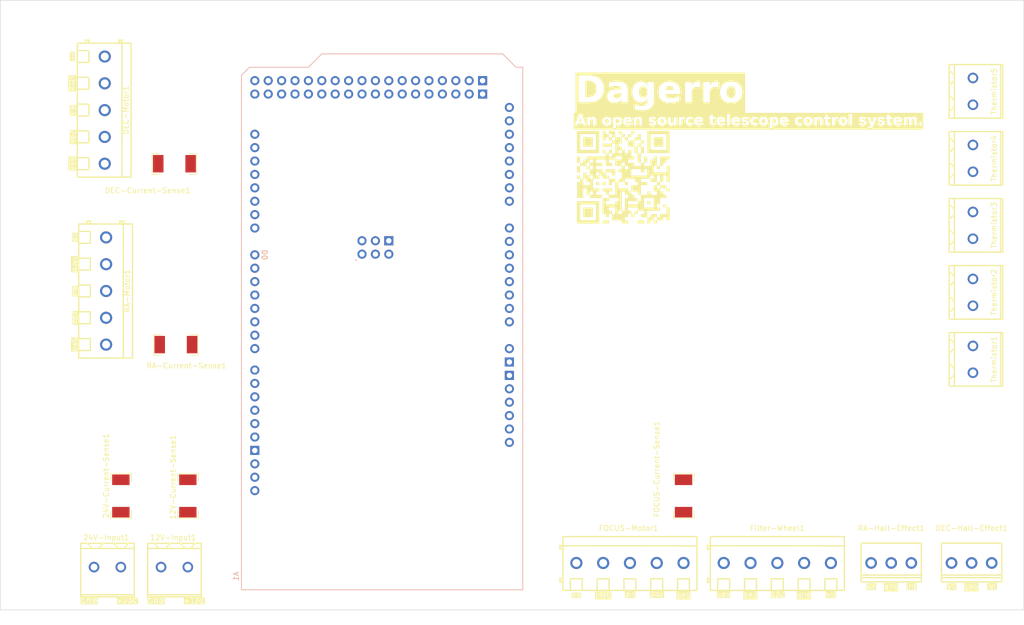
<source format=kicad_pcb>
(kicad_pcb (version 20221018) (generator pcbnew)
  (layers (0 "F.Cu" signal) (31 "B.Cu" signal) (34 "B.Paste" user) (35 "F.Paste" user) (36 "B.SilkS" user "B.Silkscreen") (37 "F.SilkS" user "F.Silkscreen") (38 "B.Mask" user) (39 "F.Mask" user) (44 "Edge.Cuts" user))
  (net 0 "")
  (net 1 "GND")
  (net 2 "/12vCurrent")
  (net 3 "+12V")
  (net 4 "/24vCurrent")
  (net 5 "+24V")
  (net 11 "/raCurrent")
  (net 12 "/decCurrent")
  (net 13 "/fcCurrent")
  (net 14 "Net-(A1-PadA5)")
  (net 15 "Net-(A1-PadA6)")
  (net 16 "Net-(A1-PadA7)")
  (net 17 "Net-(A1-PadA8)")
  (net 18 "Net-(A1-PadA9)")
  (net 28 "/timingInterrupt")
  (net 29 "/raHallInterrupt")
  (net 40 "/FilterTx")
  (net 41 "/FilterRx")
  (net 44 "/decHallInterrupt")
  (net 48 "/raDirPin")
  (net 49 "/raStepPin")
  (net 50 "/raEnPin")
  (net 51 "/fcDirPin")
  (net 52 "/fcStepPin")
  (net 53 "/fcEnPin")
  (net 60 "/decDirPin")
  (net 62 "/decStepPin")
  (net 64 "/decEnPin")
  (net 78 "/cameraRelayPin")
  (net 92 "/SCL")
  (net 93 "/SDA")
  (net 95 "+5V")
  (footprint "New:RES-SMD_L6.4-W3.2-R2512" (layer "F.Cu") (at 416.56 416.56 -90)
    (fp_text reference "12V-Current-Sense1" (at -3.556 2.794 90) (layer "F.SilkS"))
    (fp_text value "HOJLR2512-3W-1MR-1%")
    (pad "1" smd rect (at -3.07 0 270) (size 2 3.3) (layers "F.Cu" "F.Paste" "F.Mask") (net 1 "GND"))
    (pad "2" smd rect (at 3.07 0 270) (size 2 3.3) (layers "F.Cu" "F.Paste" "F.Mask") (net 2 "/12vCurrent"))
  )
  (footprint "arduino-library:Arduino_Mega2560_R3_Shield" (layer "F.Cu") (at 480.06 434.34 90)
    (fp_text reference "A1" (at 2.54 -54.356 90) (layer "B.SilkS") (effects (justify mirror)))
    (fp_text value "Arduino_Mega2560_R3_Shield")
    (fp_text user "." (at 62.484 -32.004 90) (layer "B.SilkS"))
    (fp_text user "D0" (at 63.5 -48.895 90 unlocked) (layer "B.SilkS") (effects (justify mirror)))
    (fp_text user "." (at 62.484 -32.004 90) (layer "F.SilkS"))
    (fp_text user "D0" (at 63.5 -48.895 90 unlocked) (layer "F.SilkS"))
    (pad "" np_thru_hole circle (at 13.97 -2.54 90) (size 3.2 3.2) (drill 3.2) (layers "*.Cu" "*.Mask"))
    (pad "" np_thru_hole circle (at 15.24 -50.8 90) (size 3.2 3.2) (drill 3.2) (layers "*.Cu" "*.Mask"))
    (pad "" thru_hole oval (at 27.94 -2.54 90) (size 1.7272 1.7272) (drill 1.016) (layers "*.Cu" "*.Mask"))
    (pad "" np_thru_hole circle (at 66.04 -35.56 90) (size 3.2 3.2) (drill 3.2) (layers "*.Cu" "*.Mask"))
    (pad "" np_thru_hole circle (at 66.04 -7.62 90) (size 3.2 3.2) (drill 3.2) (layers "*.Cu" "*.Mask"))
    (pad "" np_thru_hole circle (at 90.17 -50.8 90) (size 3.2 3.2) (drill 3.2) (layers "*.Cu" "*.Mask"))
    (pad "" np_thru_hole circle (at 96.52 -2.54 90) (size 3.2 3.2) (drill 3.2) (layers "*.Cu" "*.Mask"))
    (pad "3V3" thru_hole oval (at 35.56 -2.54 90) (size 1.7272 1.7272) (drill 1.016) (layers "*.Cu" "*.Mask"))
    (pad "5V1" thru_hole oval (at 38.1 -2.54 90) (size 1.7272 1.7272) (drill 1.016) (layers "*.Cu" "*.Mask"))
    (pad "5V2" thru_hole oval (at 66.167 -30.48 90) (size 1.7272 1.7272) (drill 1.016) (layers "*.Cu" "*.Mask"))
    (pad "5V3" thru_hole oval (at 93.98 -50.8 90) (size 1.7272 1.7272) (drill 1.016) (layers "*.Cu" "*.Mask"))
    (pad "5V4" thru_hole oval (at 96.52 -50.8 90) (size 1.7272 1.7272) (drill 1.016) (layers "*.Cu" "*.Mask"))
    (pad "A0" thru_hole oval (at 50.8 -2.54 90) (size 1.7272 1.7272) (drill 1.016) (layers "*.Cu" "*.Mask") (net 2 "/12vCurrent"))
    (pad "A1" thru_hole oval (at 53.34 -2.54 90) (size 1.7272 1.7272) (drill 1.016) (layers "*.Cu" "*.Mask") (net 4 "/24vCurrent"))
    (pad "A2" thru_hole oval (at 55.88 -2.54 90) (size 1.7272 1.7272) (drill 1.016) (layers "*.Cu" "*.Mask") (net 11 "/raCurrent"))
    (pad "A3" thru_hole oval (at 58.42 -2.54 90) (size 1.7272 1.7272) (drill 1.016) (layers "*.Cu" "*.Mask") (net 12 "/decCurrent"))
    (pad "A4" thru_hole oval (at 60.96 -2.54 90) (size 1.7272 1.7272) (drill 1.016) (layers "*.Cu" "*.Mask") (net 13 "/fcCurrent"))
    (pad "A5" thru_hole oval (at 63.5 -2.54 90) (size 1.7272 1.7272) (drill 1.016) (layers "*.Cu" "*.Mask") (net 14 "Net-(A1-PadA5)"))
    (pad "A6" thru_hole oval (at 66.04 -2.54 90) (size 1.7272 1.7272) (drill 1.016) (layers "*.Cu" "*.Mask") (net 15 "Net-(A1-PadA6)"))
    (pad "A7" thru_hole oval (at 68.58 -2.54 90) (size 1.7272 1.7272) (drill 1.016) (layers "*.Cu" "*.Mask") (net 16 "Net-(A1-PadA7)"))
    (pad "A8" thru_hole oval (at 73.66 -2.54 90) (size 1.7272 1.7272) (drill 1.016) (layers "*.Cu" "*.Mask") (net 17 "Net-(A1-PadA8)"))
    (pad "A9" thru_hole oval (at 76.2 -2.54 90) (size 1.7272 1.7272) (drill 1.016) (layers "*.Cu" "*.Mask") (net 18 "Net-(A1-PadA9)"))
    (pad "A10" thru_hole oval (at 78.74 -2.54 90) (size 1.7272 1.7272) (drill 1.016) (layers "*.Cu" "*.Mask"))
    (pad "A11" thru_hole oval (at 81.28 -2.54 90) (size 1.7272 1.7272) (drill 1.016) (layers "*.Cu" "*.Mask"))
    (pad "A12" thru_hole oval (at 83.82 -2.54 90) (size 1.7272 1.7272) (drill 1.016) (layers "*.Cu" "*.Mask"))
    (pad "A13" thru_hole oval (at 86.36 -2.54 90) (size 1.7272 1.7272) (drill 1.016) (layers "*.Cu" "*.Mask"))
    (pad "A14" thru_hole oval (at 88.9 -2.54 90) (size 1.7272 1.7272) (drill 1.016) (layers "*.Cu" "*.Mask"))
    (pad "A15" thru_hole oval (at 91.44 -2.54 90) (size 1.7272 1.7272) (drill 1.016) (layers "*.Cu" "*.Mask"))
    (pad "AREF" thru_hole oval (at 23.876 -50.8 90) (size 1.7272 1.7272) (drill 1.016) (layers "*.Cu" "*.Mask"))
    (pad "D0" thru_hole oval (at 63.5 -50.8 90) (size 1.7272 1.7272) (drill 1.016) (layers "*.Cu" "*.Mask"))
    (pad "D1" thru_hole oval (at 60.96 -50.8 90) (size 1.7272 1.7272) (drill 1.016) (layers "*.Cu" "*.Mask"))
    (pad "D2" thru_hole oval (at 58.42 -50.8 90) (size 1.7272 1.7272) (drill 1.016) (layers "*.Cu" "*.Mask") (net 28 "/timingInterrupt"))
    (pad "D3" thru_hole oval (at 55.88 -50.8 90) (size 1.7272 1.7272) (drill 1.016) (layers "*.Cu" "*.Mask") (net 29 "/raHallInterrupt"))
    (pad "D4" thru_hole oval (at 53.34 -50.8 90) (size 1.7272 1.7272) (drill 1.016) (layers "*.Cu" "*.Mask"))
    (pad "D5" thru_hole oval (at 50.8 -50.8 90) (size 1.7272 1.7272) (drill 1.016) (layers "*.Cu" "*.Mask"))
    (pad "D6" thru_hole oval (at 48.26 -50.8 90) (size 1.7272 1.7272) (drill 1.016) (layers "*.Cu" "*.Mask"))
    (pad "D7" thru_hole oval (at 45.72 -50.8 90) (size 1.7272 1.7272) (drill 1.016) (layers "*.Cu" "*.Mask"))
    (pad "D8" thru_hole oval (at 41.656 -50.8 90) (size 1.7272 1.7272) (drill 1.016) (layers "*.Cu" "*.Mask"))
    (pad "D9" thru_hole oval (at 39.116 -50.8 90) (size 1.7272 1.7272) (drill 1.016) (layers "*.Cu" "*.Mask"))
    (pad "D10" thru_hole oval (at 36.576 -50.8 90) (size 1.7272 1.7272) (drill 1.016) (layers "*.Cu" "*.Mask"))
    (pad "D11" thru_hole oval (at 34.036 -50.8 90) (size 1.7272 1.7272) (drill 1.016) (layers "*.Cu" "*.Mask"))
    (pad "D12" thru_hole oval (at 31.496 -50.8 90) (size 1.7272 1.7272) (drill 1.016) (layers "*.Cu" "*.Mask"))
    (pad "D13" thru_hole oval (at 28.956 -50.8 90) (size 1.7272 1.7272) (drill 1.016) (layers "*.Cu" "*.Mask"))
    (pad "D14" thru_hole oval (at 68.58 -50.8 90) (size 1.7272 1.7272) (drill 1.016) (layers "*.Cu" "*.Mask") (net 40 "/FilterTx"))
    (pad "D15" thru_hole oval (at 71.12 -50.8 90) (size 1.7272 1.7272) (drill 1.016) (layers "*.Cu" "*.Mask") (net 41 "/FilterRx"))
    (pad "D16" thru_hole oval (at 73.66 -50.8 90) (size 1.7272 1.7272) (drill 1.016) (layers "*.Cu" "*.Mask"))
    (pad "D17" thru_hole oval (at 76.2 -50.8 90) (size 1.7272 1.7272) (drill 1.016) (layers "*.Cu" "*.Mask"))
    (pad "D18" thru_hole oval (at 78.74 -50.8 90) (size 1.7272 1.7272) (drill 1.016) (layers "*.Cu" "*.Mask") (net 44 "/decHallInterrupt"))
    (pad "D19" thru_hole oval (at 81.28 -50.8 90) (size 1.7272 1.7272) (drill 1.016) (layers "*.Cu" "*.Mask"))
    (pad "D20" thru_hole oval (at 83.82 -50.8 90) (size 1.7272 1.7272) (drill 1.016) (layers "*.Cu" "*.Mask"))
    (pad "D21" thru_hole oval (at 86.36 -50.8 90) (size 1.7272 1.7272) (drill 1.016) (layers "*.Cu" "*.Mask"))
    (pad "D22" thru_hole oval (at 93.98 -48.26 90) (size 1.7272 1.7272) (drill 1.016) (layers "*.Cu" "*.Mask") (net 48 "/raDirPin"))
    (pad "D23" thru_hole oval (at 96.52 -48.26 90) (size 1.7272 1.7272) (drill 1.016) (layers "*.Cu" "*.Mask") (net 49 "/raStepPin"))
    (pad "D24" thru_hole oval (at 93.98 -45.72 90) (size 1.7272 1.7272) (drill 1.016) (layers "*.Cu" "*.Mask") (net 50 "/raEnPin"))
    (pad "D25" thru_hole oval (at 96.52 -45.72 90) (size 1.7272 1.7272) (drill 1.016) (layers "*.Cu" "*.Mask") (net 51 "/fcDirPin"))
    (pad "D26" thru_hole oval (at 93.98 -43.18 90) (size 1.7272 1.7272) (drill 1.016) (layers "*.Cu" "*.Mask") (net 52 "/fcStepPin"))
    (pad "D27" thru_hole oval (at 96.52 -43.18 90) (size 1.7272 1.7272) (drill 1.016) (layers "*.Cu" "*.Mask") (net 53 "/fcEnPin"))
    (pad "D28" thru_hole oval (at 93.98 -40.64 90) (size 1.7272 1.7272) (drill 1.016) (layers "*.Cu" "*.Mask"))
    (pad "D29" thru_hole oval (at 96.52 -40.64 90) (size 1.7272 1.7272) (drill 1.016) (layers "*.Cu" "*.Mask"))
    (pad "D30" thru_hole oval (at 93.98 -38.1 90) (size 1.7272 1.7272) (drill 1.016) (layers "*.Cu" "*.Mask"))
    (pad "D31" thru_hole oval (at 96.52 -38.1 90) (size 1.7272 1.7272) (drill 1.016) (layers "*.Cu" "*.Mask"))
    (pad "D32" thru_hole oval (at 93.98 -35.56 90) (size 1.7272 1.7272) (drill 1.016) (layers "*.Cu" "*.Mask"))
    (pad "D33" thru_hole oval (at 96.52 -35.56 90) (size 1.7272 1.7272) (drill 1.016) (layers "*.Cu" "*.Mask"))
    (pad "D34" thru_hole oval (at 93.98 -33.02 90) (size 1.7272 1.7272) (drill 1.016) (layers "*.Cu" "*.Mask") (net 60 "/decDirPin"))
    (pad "D35" thru_hole oval (at 96.52 -33.02 90) (size 1.7272 1.7272) (drill 1.016) (layers "*.Cu" "*.Mask"))
    (pad "D36" thru_hole oval (at 93.98 -30.48 90) (size 1.7272 1.7272) (drill 1.016) (layers "*.Cu" "*.Mask") (net 62 "/decStepPin"))
    (pad "D37" thru_hole oval (at 96.52 -30.48 90) (size 1.7272 1.7272) (drill 1.016) (layers "*.Cu" "*.Mask"))
    (pad "D38" thru_hole oval (at 93.98 -27.94 90) (size 1.7272 1.7272) (drill 1.016) (layers "*.Cu" "*.Mask") (net 64 "/decEnPin"))
    (pad "D39" thru_hole oval (at 96.52 -27.94 90) (size 1.7272 1.7272) (drill 1.016) (layers "*.Cu" "*.Mask"))
    (pad "D40" thru_hole oval (at 93.98 -25.4 90) (size 1.7272 1.7272) (drill 1.016) (layers "*.Cu" "*.Mask"))
    (pad "D41" thru_hole oval (at 96.52 -25.4 90) (size 1.7272 1.7272) (drill 1.016) (layers "*.Cu" "*.Mask"))
    (pad "D42" thru_hole oval (at 93.98 -22.86 90) (size 1.7272 1.7272) (drill 1.016) (layers "*.Cu" "*.Mask"))
    (pad "D43" thru_hole oval (at 96.52 -22.86 90) (size 1.7272 1.7272) (drill 1.016) (layers "*.Cu" "*.Mask"))
    (pad "D44" thru_hole oval (at 93.98 -20.32 90) (size 1.7272 1.7272) (drill 1.016) (layers "*.Cu" "*.Mask"))
    (pad "D45" thru_hole oval (at 96.52 -20.32 90) (size 1.7272 1.7272) (drill 1.016) (layers "*.Cu" "*.Mask"))
    (pad "D46" thru_hole oval (at 93.98 -17.78 90) (size 1.7272 1.7272) (drill 1.016) (layers "*.Cu" "*.Mask"))
    (pad "D47" thru_hole oval (at 96.52 -17.78 90) (size 1.7272 1.7272) (drill 1.016) (layers "*.Cu" "*.Mask"))
    (pad "D48" thru_hole oval (at 93.98 -15.24 90) (size 1.7272 1.7272) (drill 1.016) (layers "*.Cu" "*.Mask"))
    (pad "D49" thru_hole oval (at 96.52 -15.24 90) (size 1.7272 1.7272) (drill 1.016) (layers "*.Cu" "*.Mask"))
    (pad "D50" thru_hole oval (at 93.98 -12.7 90) (size 1.7272 1.7272) (drill 1.016) (layers "*.Cu" "*.Mask"))
    (pad "D51" thru_hole oval (at 96.52 -12.7 90) (size 1.7272 1.7272) (drill 1.016) (layers "*.Cu" "*.Mask"))
    (pad "D52" thru_hole oval (at 93.98 -10.16 90) (size 1.7272 1.7272) (drill 1.016) (layers "*.Cu" "*.Mask") (net 78 "/cameraRelayPin"))
    (pad "D53" thru_hole oval (at 96.52 -10.16 90) (size 1.7272 1.7272) (drill 1.016) (layers "*.Cu" "*.Mask"))
    (pad "GND1" thru_hole rect (at 26.416 -50.8 90) (size 1.7272 1.7272) (drill 1.016) (layers "*.Cu" "*.Mask"))
    (pad "GND2" thru_hole rect (at 40.64 -2.54 90) (size 1.7272 1.7272) (drill 1.016) (layers "*.Cu" "*.Mask"))
    (pad "GND3" thru_hole rect (at 43.18 -2.54 90) (size 1.7272 1.7272) (drill 1.016) (layers "*.Cu" "*.Mask"))
    (pad "GND4" thru_hole rect (at 66.167 -25.4 90) (size 1.7272 1.7272) (drill 1.016) (layers "*.Cu" "*.Mask"))
    (pad "GND5" thru_hole rect (at 93.98 -7.62 90) (size 1.7272 1.7272) (drill 1.016) (layers "*.Cu" "*.Mask"))
    (pad "GND6" thru_hole rect (at 96.52 -7.62 90) (size 1.7272 1.7272) (drill 1.016) (layers "*.Cu" "*.Mask"))
    (pad "IORF" thru_hole oval (at 30.48 -2.54 90) (size 1.7272 1.7272) (drill 1.016) (layers "*.Cu" "*.Mask"))
    (pad "MISO" thru_hole oval (at 63.627 -30.48 90) (size 1.7272 1.7272) (drill 1.016) (layers "*.Cu" "*.Mask"))
    (pad "MOSI" thru_hole oval (at 66.167 -27.94 90) (size 1.7272 1.7272) (drill 1.016) (layers "*.Cu" "*.Mask"))
    (pad "RST1" thru_hole oval (at 33.02 -2.54 90) (size 1.7272 1.7272) (drill 1.016) (layers "*.Cu" "*.Mask"))
    (pad "RST2" thru_hole oval (at 63.627 -25.4 90) (size 1.7272 1.7272) (drill 1.016) (layers "*.Cu" "*.Mask"))
    (pad "SCK" thru_hole oval (at 63.627 -27.94 90) (size 1.7272 1.7272) (drill 1.016) (layers "*.Cu" "*.Mask"))
    (pad "SCL" thru_hole oval (at 18.796 -50.8 90) (size 1.7272 1.7272) (drill 1.016) (layers "*.Cu" "*.Mask") (net 92 "/SCL"))
    (pad "SDA" thru_hole oval (at 21.336 -50.8 90) (size 1.7272 1.7272) (drill 1.016) (layers "*.Cu" "*.Mask") (net 93 "/SDA"))
    (pad "VIN" thru_hole oval (at 45.72 -2.54 90) (size 1.7272 1.7272) (drill 1.016) (layers "*.Cu" "*.Mask"))
  )
  (footprint "New:RES-SMD_L6.4-W3.2-R2512" (layer "F.Cu") (at 403.86 416.56 -90)
    (fp_text reference "24V-Current-Sense1" (at -3.81 2.794 90) (layer "F.SilkS"))
    (fp_text value "HOJLR2512-3W-1MR-1%")
    (pad "1" smd rect (at -3.07 0 270) (size 2 3.3) (layers "F.Cu" "F.Paste" "F.Mask") (net 1 "GND"))
    (pad "2" smd rect (at 3.07 0 270) (size 2 3.3) (layers "F.Cu" "F.Paste" "F.Mask") (net 4 "/24vCurrent"))
  )
  (footprint "New:CONN-TH_5P-P5.08_DIBO_DB128V-5.08-5P-GN-S" (layer "F.Cu") (at 500.38 429.26)
    (fp_text reference "FOCUS-Motor1" (at -0.254 -6.604) (layer "F.SilkS"))
    (fp_text value "DB128V-5.08-5P-GN-S")
    (pad "1" thru_hole circle (at -10.16 0) (size 2.3 2.3) (drill 1.500022) (layers "*.Cu" "*.Mask") (net 53 "/fcEnPin"))
    (pad "2" thru_hole circle (at -5.08 0) (size 2.3 2.3) (drill 1.500022) (layers "*.Cu" "*.Mask") (net 52 "/fcStepPin"))
    (pad "3" thru_hole circle (at 0 0) (size 2.3 2.3) (drill 1.500022) (layers "*.Cu" "*.Mask") (net 51 "/fcDirPin"))
    (pad "4" thru_hole circle (at 5.08 0) (size 2.3 2.3) (drill 1.500022) (layers "*.Cu" "*.Mask") (net 5 "+24V"))
    (pad "5" thru_hole circle (at 10.16 0) (size 2.3 2.3) (drill 1.500022) (layers "*.Cu" "*.Mask") (net 13 "/fcCurrent"))
  )
  (footprint "New:CONN-TH_2P-P5.00_WJ500V-5.08-2P" (layer "F.Cu") (at 565.404 390.652 -90)
    (fp_text reference "Thermistor1" (at 0 -4 90) (layer "F.SilkS"))
    (fp_text value "WJ500V-5.08-2P-14-00A")
    (pad "1" thru_hole circle (at -2.54 0 90) (size 2 2) (drill 1.300023) (layers "*.Cu" "*.Mask") (net 95 "+5V"))
    (pad "2" thru_hole circle (at 2.54 0 90) (size 2 2) (drill 1.300023) (layers "*.Cu" "*.Mask") (net 14 "Net-(A1-PadA5)"))
  )
  (footprint "New:CONN-TH_2P-P5.00_WJ500V-5.08-2P" (layer "F.Cu") (at 565.404 377.952 -90)
    (fp_text reference "Thermistor2" (at 0 -4 90) (layer "F.SilkS"))
    (fp_text value "WJ500V-5.08-2P-14-00A")
    (pad "1" thru_hole circle (at -2.54 0 90) (size 2 2) (drill 1.300023) (layers "*.Cu" "*.Mask") (net 95 "+5V"))
    (pad "2" thru_hole circle (at 2.54 0 90) (size 2 2) (drill 1.300023) (layers "*.Cu" "*.Mask") (net 15 "Net-(A1-PadA6)"))
  )
  (footprint "New:CONN-TH_5P-P5.08_DIBO_DB128V-5.08-5P-GN-S" (layer "F.Cu") (at 401.066 377.698 -90)
    (fp_text reference "RA-Motor1" (at 0 -4 90) (layer "F.SilkS"))
    (fp_text value "DB128V-5.08-5P-GN-S")
    (pad "1" thru_hole circle (at -10.16 0 270) (size 2.3 2.3) (drill 1.500022) (layers "*.Cu" "*.Mask") (net 50 "/raEnPin"))
    (pad "2" thru_hole circle (at -5.08 0 270) (size 2.3 2.3) (drill 1.500022) (layers "*.Cu" "*.Mask") (net 49 "/raStepPin"))
    (pad "3" thru_hole circle (at 0 0 270) (size 2.3 2.3) (drill 1.500022) (layers "*.Cu" "*.Mask") (net 48 "/raDirPin"))
    (pad "4" thru_hole circle (at 5.08 0 270) (size 2.3 2.3) (drill 1.500022) (layers "*.Cu" "*.Mask") (net 5 "+24V"))
    (pad "5" thru_hole circle (at 10.16 0 270) (size 2.3 2.3) (drill 1.500022) (layers "*.Cu" "*.Mask") (net 11 "/raCurrent"))
  )
  (footprint "New:CONN-TH_2P-P5.00_WJ500V-5.08-2P" (layer "F.Cu") (at 565.404 339.852 -90)
    (fp_text reference "Thermistor5" (at 0 -4 90) (layer "F.SilkS"))
    (fp_text value "WJ500V-5.08-2P-14-00A")
    (pad "1" thru_hole circle (at -2.54 0 90) (size 2 2) (drill 1.300023) (layers "*.Cu" "*.Mask") (net 95 "+5V"))
    (pad "2" thru_hole circle (at 2.54 0 90) (size 2 2) (drill 1.300023) (layers "*.Cu" "*.Mask") (net 18 "Net-(A1-PadA9)"))
  )
  (footprint "New:RES-SMD_L6.4-W3.2-R2512" (layer "F.Cu") (at 414.296 387.858 180)
    (fp_text reference "RA-Current-Sense1" (at -2.01 -4) (layer "F.SilkS"))
    (fp_text value "HOJLR2512-3W-1MR-1%")
    (pad "1" smd rect (at -3.07 0 180) (size 2 3.3) (layers "F.Cu" "F.Paste" "F.Mask") (net 1 "GND"))
    (pad "2" smd rect (at 3.07 0 180) (size 2 3.3) (layers "F.Cu" "F.Paste" "F.Mask") (net 11 "/raCurrent"))
  )
  (footprint "New:CONN-TH_5P-P5.08_DIBO_DB128V-5.08-5P-GN-S" (layer "F.Cu") (at 528.32 429.26)
    (fp_text reference "Filter-Wheel1" (at 0 -6.604) (layer "F.SilkS"))
    (fp_text value "DB128V-5.08-5P-GN-S")
    (pad "1" thru_hole circle (at -10.16 0) (size 2.3 2.3) (drill 1.500022) (layers "*.Cu" "*.Mask") (net 93 "/SDA"))
    (pad "2" thru_hole circle (at -5.08 0) (size 2.3 2.3) (drill 1.500022) (layers "*.Cu" "*.Mask") (net 1 "GND"))
    (pad "3" thru_hole circle (at 0 0) (size 2.3 2.3) (drill 1.500022) (layers "*.Cu" "*.Mask") (net 3 "+12V"))
    (pad "4" thru_hole circle (at 5.08 0) (size 2.3 2.3) (drill 1.500022) (layers "*.Cu" "*.Mask") (net 1 "GND"))
    (pad "5" thru_hole circle (at 10.16 0) (size 2.3 2.3) (drill 1.500022) (layers "*.Cu" "*.Mask") (net 92 "/SCL"))
  )
  (footprint "New:CONN-TH_5P-P5.08_DIBO_DB128V-5.08-5P-GN-S" (layer "F.Cu") (at 400.812 343.408 -90)
    (fp_text reference "DEC-Motor1" (at 0 -4 -270) (layer "F.SilkS"))
    (fp_text value "DB128V-5.08-5P-GN-S")
    (pad "1" thru_hole circle (at -10.16 0 270) (size 2.3 2.3) (drill 1.500022) (layers "*.Cu" "*.Mask") (net 64 "/decEnPin"))
    (pad "2" thru_hole circle (at -5.08 0 270) (size 2.3 2.3) (drill 1.500022) (layers "*.Cu" "*.Mask") (net 62 "/decStepPin"))
    (pad "3" thru_hole circle (at 0 0 270) (size 2.3 2.3) (drill 1.500022) (layers "*.Cu" "*.Mask") (net 60 "/decDirPin"))
    (pad "4" thru_hole circle (at 5.08 0 270) (size 2.3 2.3) (drill 1.500022) (layers "*.Cu" "*.Mask") (net 5 "+24V"))
    (pad "5" thru_hole circle (at 10.16 0 270) (size 2.3 2.3) (drill 1.500022) (layers "*.Cu" "*.Mask") (net 12 "/decCurrent"))
  )
  (footprint "New:CONN-TH_2P-P5.00_WJ500V-5.08-2P" (layer "F.Cu") (at 565.404 365.252 -90)
    (fp_text reference "Thermistor3" (at 0 -4 90) (layer "F.SilkS"))
    (fp_text value "WJ500V-5.08-2P-14-00A")
    (pad "1" thru_hole circle (at -2.54 0 90) (size 2 2) (drill 1.300023) (layers "*.Cu" "*.Mask") (net 95 "+5V"))
    (pad "2" thru_hole circle (at 2.54 0 90) (size 2 2) (drill 1.300023) (layers "*.Cu" "*.Mask") (net 16 "Net-(A1-PadA7)"))
  )
  (footprint "New:RES-SMD_L6.4-W3.2-R2512" (layer "F.Cu") (at 510.54 416.56 -90)
    (fp_text reference "FOCUS-Current-Sense1" (at -5.08 5.08 -90) (layer "F.SilkS"))
    (fp_text value "HOJLR2512-3W-1MR-1%")
    (pad "1" smd rect (at -3.07 0 270) (size 2 3.3) (layers "F.Cu" "F.Paste" "F.Mask") (net 1 "GND"))
    (pad "2" smd rect (at 3.07 0 270) (size 2 3.3) (layers "F.Cu" "F.Paste" "F.Mask") (net 13 "/fcCurrent"))
  )
  (footprint "New:CONN-TH_2P-P5.00_WJ500V-5.08-2P" (layer "F.Cu") (at 414.02 430.0415 180)
    (fp_text reference "12V-Input1" (at 0.254 5.6075) (layer "F.SilkS"))
    (fp_text value "WJ500V-5.08-2P-14-00A")
    (pad "1" thru_hole circle (at -2.54 0) (size 2 2) (drill 1.300023) (layers "*.Cu" "*.Mask") (net 3 "+12V"))
    (pad "2" thru_hole circle (at 2.54 0) (size 2 2) (drill 1.300023) (layers "*.Cu" "*.Mask") (net 2 "/12vCurrent"))
  )
  (footprint "LOGO" (layer "F.Cu") (at 499.11 356.108)
    (fp_text reference "G***" hide)
    (fp_text value "LOGO" hide)
  )
  (footprint "New:RES-SMD_L6.4-W3.2-R2512" (layer "F.Cu") (at 414.02 353.568 180)
    (fp_text reference "DEC-Current-Sense1" (at 5.08 -5.08) (layer "F.SilkS"))
    (fp_text value "HOJLR2512-3W-1MR-1%")
    (pad "1" smd rect (at -3.07 0 180) (size 2 3.3) (layers "F.Cu" "F.Paste" "F.Mask") (net 1 "GND"))
    (pad "2" smd rect (at 3.07 0 180) (size 2 3.3) (layers "F.Cu" "F.Paste" "F.Mask") (net 12 "/decCurrent"))
  )
  (footprint "New:CONN-TH_2P-P5.00_WJ500V-5.08-2P" (layer "F.Cu") (at 401.32 430.0415 180)
    (fp_text reference "24V-Input1" (at 0.254 5.6075) (layer "F.SilkS"))
    (fp_text value "WJ500V-5.08-2P-14-00A")
    (pad "1" thru_hole circle (at -2.54 0) (size 2 2) (drill 1.300023) (layers "*.Cu" "*.Mask") (net 5 "+24V"))
    (pad "2" thru_hole circle (at 2.54 0) (size 2 2) (drill 1.300023) (layers "*.Cu" "*.Mask") (net 4 "/24vCurrent"))
  )
  (footprint "New:CONN-TH_2P-P5.00_WJ500V-5.08-2P" (layer "F.Cu") (at 565.404 352.552 -90)
    (fp_text reference "Thermistor4" (at 0 -4 90) (layer "F.SilkS"))
    (fp_text value "WJ500V-5.08-2P-14-00A")
    (pad "1" thru_hole circle (at -2.54 0 90) (size 2 2) (drill 1.300023) (layers "*.Cu" "*.Mask") (net 95 "+5V"))
    (pad "2" thru_hole circle (at 2.54 0 90) (size 2 2) (drill 1.300023) (layers "*.Cu" "*.Mask") (net 17 "Net-(A1-PadA8)"))
  )
  (footprint "New:CONN-TH_XY303V-3.81-3P" (layer "F.Cu") (at 565.15 429.26)
    (fp_text reference "DEC-Hall-Effect1" (at 0 -6.604) (layer "F.SilkS"))
    (fp_text value "XY303V-3.81-3P")
    (pad "1" thru_hole circle (at -3.81 0) (size 2.2 2.2) (drill 1.399997) (layers "*.Cu" "*.Mask") (net 95 "+5V"))
    (pad "2" thru_hole circle (at 0 0) (size 2.2 2.2) (drill 1.399997) (layers "*.Cu" "*.Mask") (net 1 "GND"))
    (pad "3" thru_hole circle (at 3.81 0) (size 2.2 2.2) (drill 1.399997) (layers "*.Cu" "*.Mask") (net 44 "/decHallInterrupt"))
  )
  (footprint "New:CONN-TH_XY303V-3.81-3P" (layer "F.Cu") (at 549.91 429.26)
    (fp_text reference "RA-Hall-Effect1" (at 0 -6.604) (layer "F.SilkS"))
    (fp_text value "XY303V-3.81-3P")
    (pad "1" thru_hole circle (at -3.81 0) (size 2.2 2.2) (drill 1.399997) (layers "*.Cu" "*.Mask") (net 95 "+5V"))
    (pad "2" thru_hole circle (at 0 0) (size 2.2 2.2) (drill 1.399997) (layers "*.Cu" "*.Mask") (net 1 "GND"))
    (pad "3" thru_hole circle (at 3.81 0) (size 2.2 2.2) (drill 1.399997) (layers "*.Cu" "*.Mask") (net 29 "/raHallInterrupt"))
  )
  (gr_rect (start 381 322.58) (end 575.056 438.15) (stroke (width 0.1)) (fill none) (layer "Edge.Cuts"))
  (gr_text "5v" (at 561.34 433.832) (layer "F.SilkS" knockout) (effects (font (size 1 1))))
  (gr_text "sda" (at 518.16 435.356) (layer "F.SilkS" knockout) (effects (font (size 1 1))))
  (gr_text "24v" (at 505.46 435.356) (layer "F.SilkS" knockout) (effects (font (size 1 1))))
  (gr_text "gnd" (at 523.24 435.356) (layer "F.SilkS" knockout) (effects (font (size 1 1))))
  (gr_text "+12V" (at 415.798 437.134) (layer "F.SilkS" knockout) (effects (font (size 1 1)) (justify left bottom)))
  (gr_text "en" (at 490.22 435.356) (layer "F.SilkS" knockout) (effects (font (size 1 1))))
  (gr_text "en" (at 394.716 333.248 -90) (layer "F.SilkS" knockout) (effects (font (size 1 1))))
  (gr_text "+24V" (at 403.098 437.134) (layer "F.SilkS" knockout) (effects (font (size 1 1)) (justify left bottom)))
  (gr_text "12v" (at 528.32 435.356) (layer "F.SilkS" knockout) (effects (font (size 1 1))))
  (gr_text "24v" (at 394.716 348.488 -90) (layer "F.SilkS" knockout) (effects (font (size 1 1))))
  (gr_text "dir" (at 394.716 343.408 -90) (layer "F.SilkS" knockout) (effects (font (size 1 1))))
  (gr_text "Dagerro" (at 505.968 339.852) (layer "F.SilkS" knockout) (effects (font (size 5 5))))
  (gr_text "dir" (at 500.38 435.356) (layer "F.SilkS" knockout) (effects (font (size 1 1))))
  (gr_text "gnd" (at 565.15 433.832) (layer "F.SilkS" knockout) (effects (font (size 1 1))))
  (gr_text "GND" (at 408.94 437.134) (layer "F.SilkS" knockout) (effects (font (size 1 1)) (justify left bottom)))
  (gr_text "step" (at 395.224 372.618 270) (layer "F.SilkS" knockout) (effects (font (size 1 1))))
  (gr_text "gnd" (at 533.4 435.356) (layer "F.SilkS" knockout) (effects (font (size 1 1))))
  (gr_text "step" (at 394.716 338.328 -90) (layer "F.SilkS" knockout) (effects (font (size 1 1))))
  (gr_text "int" (at 568.96 433.832) (layer "F.SilkS" knockout) (effects (font (size 1 1))))
  (gr_text "en" (at 395.224 367.538 -90) (layer "F.SilkS" knockout) (effects (font (size 1 1))))
  (gr_text "gnd" (at 510.54 435.356) (layer "F.SilkS" knockout) (effects (font (size 1 1))))
  (gr_text "scl" (at 538.48 435.356) (layer "F.SilkS" knockout) (effects (font (size 1 1))))
  (gr_text "An open source telescope control system." (at 522.986 345.44) (layer "F.SilkS" knockout) (effects (font (size 2 2))))
  (gr_text "int" (at 553.72 433.832) (layer "F.SilkS" knockout) (effects (font (size 1 1))))
  (gr_text "GND" (at 396.24 437.134) (layer "F.SilkS" knockout) (effects (font (size 1 1)) (justify left bottom)))
  (gr_text "gnd" (at 549.91 433.832) (layer "F.SilkS" knockout) (effects (font (size 1 1))))
  (gr_text "5v" (at 546.1 433.832) (layer "F.SilkS" knockout) (effects (font (size 1 1))))
  (gr_text "gnd" (at 395.224 387.858 270) (layer "F.SilkS" knockout) (effects (font (size 1 1))))
  (gr_text "step" (at 495.3 435.356) (layer "F.SilkS" knockout) (effects (font (size 1 1))))
  (gr_text "dir" (at 395.224 377.698 270) (layer "F.SilkS" knockout) (effects (font (size 1 1))))
  (gr_text "24v" (at 395.224 382.778 270) (layer "F.SilkS" knockout) (effects (font (size 1 1))))
  (gr_text "gnd" (at 394.716 353.568 -90) (layer "F.SilkS" knockout) (effects (font (size 1 1))))
)
</source>
